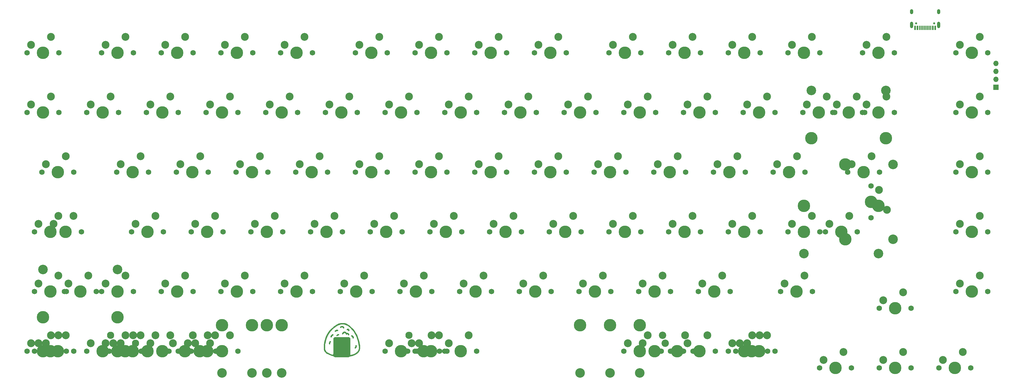
<source format=gbr>
%TF.GenerationSoftware,KiCad,Pcbnew,(5.1.11)-1*%
%TF.CreationDate,2022-07-15T11:42:44+07:00*%
%TF.ProjectId,TX75v2 PCB replacement,54583735-7632-4205-9043-42207265706c,rev?*%
%TF.SameCoordinates,Original*%
%TF.FileFunction,Soldermask,Top*%
%TF.FilePolarity,Negative*%
%FSLAX46Y46*%
G04 Gerber Fmt 4.6, Leading zero omitted, Abs format (unit mm)*
G04 Created by KiCad (PCBNEW (5.1.11)-1) date 2022-07-15 11:42:44*
%MOMM*%
%LPD*%
G01*
G04 APERTURE LIST*
%ADD10C,0.010000*%
%ADD11C,2.500000*%
%ADD12C,3.987800*%
%ADD13C,1.750000*%
%ADD14C,2.300000*%
%ADD15O,1.700000X1.700000*%
%ADD16R,1.700000X1.700000*%
%ADD17C,3.048000*%
%ADD18C,2.350000*%
%ADD19R,0.600000X1.450000*%
%ADD20R,0.300000X1.450000*%
%ADD21C,0.650000*%
%ADD22O,1.000000X2.100000*%
%ADD23O,1.000000X1.600000*%
G04 APERTURE END LIST*
D10*
%TO.C,G\u002A\u002A\u002A*%
G36*
X71743249Y-146385936D02*
G01*
X71834399Y-146389434D01*
X72285519Y-146435108D01*
X72714603Y-146535837D01*
X73130402Y-146696114D01*
X73541666Y-146920433D01*
X73957144Y-147213288D01*
X74385588Y-147579172D01*
X74654851Y-147837955D01*
X75179902Y-148399833D01*
X75632666Y-148964522D01*
X76009728Y-149527244D01*
X76307674Y-150083218D01*
X76387372Y-150262777D01*
X76570725Y-150726618D01*
X76748679Y-151229276D01*
X76914481Y-151748367D01*
X77061377Y-152261504D01*
X77182615Y-152746303D01*
X77271442Y-153180379D01*
X77276637Y-153210430D01*
X77311360Y-153478883D01*
X77332300Y-153780230D01*
X77339466Y-154091469D01*
X77332871Y-154389600D01*
X77312524Y-154651621D01*
X77278437Y-154854532D01*
X77275855Y-154864709D01*
X77131876Y-155251264D01*
X76910174Y-155610412D01*
X76614257Y-155938609D01*
X76247634Y-156232315D01*
X75813816Y-156487986D01*
X75543784Y-156612828D01*
X75371140Y-156679042D01*
X75157864Y-156750845D01*
X74923367Y-156822809D01*
X74687057Y-156889505D01*
X74468343Y-156945505D01*
X74286634Y-156985379D01*
X74161339Y-157003700D01*
X74144146Y-157004302D01*
X74054414Y-157022091D01*
X74014784Y-157051043D01*
X73960920Y-157095959D01*
X73859323Y-157154015D01*
X73811202Y-157177113D01*
X73767349Y-157195090D01*
X73716829Y-157210117D01*
X73652150Y-157222445D01*
X73565818Y-157232325D01*
X73450338Y-157240006D01*
X73298217Y-157245741D01*
X73101959Y-157249778D01*
X72854072Y-157252370D01*
X72547061Y-157253766D01*
X72173431Y-157254217D01*
X71725690Y-157253974D01*
X71519842Y-157253733D01*
X71100474Y-157252480D01*
X70703845Y-157249917D01*
X70338600Y-157246196D01*
X70013386Y-157241469D01*
X69736847Y-157235888D01*
X69517629Y-157229606D01*
X69364379Y-157222775D01*
X69285742Y-157215546D01*
X69280591Y-157214341D01*
X69163224Y-157158299D01*
X69049630Y-157073803D01*
X69046973Y-157071280D01*
X68932583Y-156996159D01*
X68748149Y-156917976D01*
X68555723Y-156856251D01*
X68163557Y-156733674D01*
X67768144Y-156590840D01*
X67386853Y-156435250D01*
X67037056Y-156274406D01*
X66736121Y-156115809D01*
X66508848Y-155972297D01*
X66287993Y-155769329D01*
X66092279Y-155499851D01*
X65933171Y-155180910D01*
X65880799Y-155038656D01*
X65836710Y-154899023D01*
X65805825Y-154776687D01*
X65785889Y-154651476D01*
X65774646Y-154503218D01*
X65769842Y-154311742D01*
X65769305Y-154090678D01*
X66130375Y-154090678D01*
X66138343Y-154387518D01*
X66160104Y-154640530D01*
X66182456Y-154772704D01*
X66288897Y-155103211D01*
X66447766Y-155391014D01*
X66650058Y-155621875D01*
X66784489Y-155724557D01*
X66954788Y-155823723D01*
X67172033Y-155935087D01*
X67421233Y-156052479D01*
X67687400Y-156169734D01*
X67955546Y-156280682D01*
X68210680Y-156379158D01*
X68437816Y-156458992D01*
X68621963Y-156514019D01*
X68748132Y-156538070D01*
X68762953Y-156538635D01*
X68777075Y-156533087D01*
X68789135Y-156512367D01*
X68799294Y-156470359D01*
X68807712Y-156400948D01*
X68814551Y-156298017D01*
X68819969Y-156155452D01*
X68824129Y-155967137D01*
X68827190Y-155726956D01*
X68829313Y-155428794D01*
X68830658Y-155066535D01*
X68831386Y-154634063D01*
X68831658Y-154125263D01*
X68831675Y-153920229D01*
X68831675Y-151301822D01*
X68926925Y-151162280D01*
X69031771Y-151045911D01*
X69158877Y-150950322D01*
X69169681Y-150944353D01*
X69206806Y-150926880D01*
X69251675Y-150912205D01*
X69311537Y-150900086D01*
X69393636Y-150890280D01*
X69505219Y-150882544D01*
X69653532Y-150876636D01*
X69845822Y-150872313D01*
X70089333Y-150869333D01*
X70391313Y-150867452D01*
X70759007Y-150866429D01*
X71199662Y-150866020D01*
X71510285Y-150865968D01*
X71998069Y-150866076D01*
X72408513Y-150866576D01*
X72748940Y-150867732D01*
X73026677Y-150869810D01*
X73249047Y-150873073D01*
X73423378Y-150877787D01*
X73556993Y-150884215D01*
X73657218Y-150892623D01*
X73731378Y-150903275D01*
X73786798Y-150916435D01*
X73830804Y-150932368D01*
X73870459Y-150951205D01*
X74041164Y-151083974D01*
X74122772Y-151203518D01*
X74140189Y-151240024D01*
X74155057Y-151280409D01*
X74167579Y-151331280D01*
X74177955Y-151399242D01*
X74186386Y-151490902D01*
X74193075Y-151612864D01*
X74198223Y-151771735D01*
X74202030Y-151974121D01*
X74204698Y-152226627D01*
X74206428Y-152535860D01*
X74207422Y-152908424D01*
X74207881Y-153350927D01*
X74208006Y-153869973D01*
X74208009Y-154000669D01*
X74208009Y-156630744D01*
X74387925Y-156600947D01*
X74504131Y-156575133D01*
X74674343Y-156529223D01*
X74872456Y-156470521D01*
X75011308Y-156426529D01*
X75511471Y-156233615D01*
X75942519Y-156004489D01*
X76302267Y-155741138D01*
X76588534Y-155445550D01*
X76799136Y-155119713D01*
X76931889Y-154765615D01*
X76955888Y-154655908D01*
X76991832Y-154309724D01*
X76985832Y-153901423D01*
X76940021Y-153441176D01*
X76856531Y-152939153D01*
X76737497Y-152405527D01*
X76585050Y-151850468D01*
X76401325Y-151284148D01*
X76188453Y-150716737D01*
X76070030Y-150431787D01*
X75830407Y-149943698D01*
X75533770Y-149453113D01*
X75190641Y-148971753D01*
X74811540Y-148511339D01*
X74406990Y-148083595D01*
X73987511Y-147700242D01*
X73563624Y-147373001D01*
X73145851Y-147113595D01*
X73044782Y-147061304D01*
X72727685Y-146917500D01*
X72442270Y-146821624D01*
X72156306Y-146766072D01*
X71837560Y-146743243D01*
X71689175Y-146741578D01*
X71423167Y-146748235D01*
X71198061Y-146771322D01*
X70989781Y-146817167D01*
X70774251Y-146892098D01*
X70527393Y-147002441D01*
X70337382Y-147096839D01*
X69639724Y-147497677D01*
X68997663Y-147959889D01*
X68414236Y-148479526D01*
X67892481Y-149052642D01*
X67435436Y-149675288D01*
X67046139Y-150343517D01*
X66727628Y-151053383D01*
X66482941Y-151800938D01*
X66377789Y-152241802D01*
X66331736Y-152459975D01*
X66283249Y-152683380D01*
X66240242Y-152875760D01*
X66225314Y-152940302D01*
X66183669Y-153174821D01*
X66153594Y-153460565D01*
X66135644Y-153773772D01*
X66130375Y-154090678D01*
X65769305Y-154090678D01*
X65769222Y-154056876D01*
X65769263Y-154040968D01*
X65778270Y-153632917D01*
X65802682Y-153301985D01*
X65838785Y-153067302D01*
X65875495Y-152894620D01*
X65923022Y-152670268D01*
X65974765Y-152425430D01*
X66016628Y-152226907D01*
X66227278Y-151413277D01*
X66506189Y-150649667D01*
X66853844Y-149935364D01*
X67270721Y-149269651D01*
X67757302Y-148651814D01*
X68314068Y-148081137D01*
X68941499Y-147556905D01*
X69352062Y-147264373D01*
X69856242Y-146949069D01*
X70326653Y-146702634D01*
X70759877Y-146526749D01*
X70989067Y-146458657D01*
X71174084Y-146416629D01*
X71341056Y-146392170D01*
X71520579Y-146382774D01*
X71743249Y-146385936D01*
G37*
X71743249Y-146385936D02*
X71834399Y-146389434D01*
X72285519Y-146435108D01*
X72714603Y-146535837D01*
X73130402Y-146696114D01*
X73541666Y-146920433D01*
X73957144Y-147213288D01*
X74385588Y-147579172D01*
X74654851Y-147837955D01*
X75179902Y-148399833D01*
X75632666Y-148964522D01*
X76009728Y-149527244D01*
X76307674Y-150083218D01*
X76387372Y-150262777D01*
X76570725Y-150726618D01*
X76748679Y-151229276D01*
X76914481Y-151748367D01*
X77061377Y-152261504D01*
X77182615Y-152746303D01*
X77271442Y-153180379D01*
X77276637Y-153210430D01*
X77311360Y-153478883D01*
X77332300Y-153780230D01*
X77339466Y-154091469D01*
X77332871Y-154389600D01*
X77312524Y-154651621D01*
X77278437Y-154854532D01*
X77275855Y-154864709D01*
X77131876Y-155251264D01*
X76910174Y-155610412D01*
X76614257Y-155938609D01*
X76247634Y-156232315D01*
X75813816Y-156487986D01*
X75543784Y-156612828D01*
X75371140Y-156679042D01*
X75157864Y-156750845D01*
X74923367Y-156822809D01*
X74687057Y-156889505D01*
X74468343Y-156945505D01*
X74286634Y-156985379D01*
X74161339Y-157003700D01*
X74144146Y-157004302D01*
X74054414Y-157022091D01*
X74014784Y-157051043D01*
X73960920Y-157095959D01*
X73859323Y-157154015D01*
X73811202Y-157177113D01*
X73767349Y-157195090D01*
X73716829Y-157210117D01*
X73652150Y-157222445D01*
X73565818Y-157232325D01*
X73450338Y-157240006D01*
X73298217Y-157245741D01*
X73101959Y-157249778D01*
X72854072Y-157252370D01*
X72547061Y-157253766D01*
X72173431Y-157254217D01*
X71725690Y-157253974D01*
X71519842Y-157253733D01*
X71100474Y-157252480D01*
X70703845Y-157249917D01*
X70338600Y-157246196D01*
X70013386Y-157241469D01*
X69736847Y-157235888D01*
X69517629Y-157229606D01*
X69364379Y-157222775D01*
X69285742Y-157215546D01*
X69280591Y-157214341D01*
X69163224Y-157158299D01*
X69049630Y-157073803D01*
X69046973Y-157071280D01*
X68932583Y-156996159D01*
X68748149Y-156917976D01*
X68555723Y-156856251D01*
X68163557Y-156733674D01*
X67768144Y-156590840D01*
X67386853Y-156435250D01*
X67037056Y-156274406D01*
X66736121Y-156115809D01*
X66508848Y-155972297D01*
X66287993Y-155769329D01*
X66092279Y-155499851D01*
X65933171Y-155180910D01*
X65880799Y-155038656D01*
X65836710Y-154899023D01*
X65805825Y-154776687D01*
X65785889Y-154651476D01*
X65774646Y-154503218D01*
X65769842Y-154311742D01*
X65769305Y-154090678D01*
X66130375Y-154090678D01*
X66138343Y-154387518D01*
X66160104Y-154640530D01*
X66182456Y-154772704D01*
X66288897Y-155103211D01*
X66447766Y-155391014D01*
X66650058Y-155621875D01*
X66784489Y-155724557D01*
X66954788Y-155823723D01*
X67172033Y-155935087D01*
X67421233Y-156052479D01*
X67687400Y-156169734D01*
X67955546Y-156280682D01*
X68210680Y-156379158D01*
X68437816Y-156458992D01*
X68621963Y-156514019D01*
X68748132Y-156538070D01*
X68762953Y-156538635D01*
X68777075Y-156533087D01*
X68789135Y-156512367D01*
X68799294Y-156470359D01*
X68807712Y-156400948D01*
X68814551Y-156298017D01*
X68819969Y-156155452D01*
X68824129Y-155967137D01*
X68827190Y-155726956D01*
X68829313Y-155428794D01*
X68830658Y-155066535D01*
X68831386Y-154634063D01*
X68831658Y-154125263D01*
X68831675Y-153920229D01*
X68831675Y-151301822D01*
X68926925Y-151162280D01*
X69031771Y-151045911D01*
X69158877Y-150950322D01*
X69169681Y-150944353D01*
X69206806Y-150926880D01*
X69251675Y-150912205D01*
X69311537Y-150900086D01*
X69393636Y-150890280D01*
X69505219Y-150882544D01*
X69653532Y-150876636D01*
X69845822Y-150872313D01*
X70089333Y-150869333D01*
X70391313Y-150867452D01*
X70759007Y-150866429D01*
X71199662Y-150866020D01*
X71510285Y-150865968D01*
X71998069Y-150866076D01*
X72408513Y-150866576D01*
X72748940Y-150867732D01*
X73026677Y-150869810D01*
X73249047Y-150873073D01*
X73423378Y-150877787D01*
X73556993Y-150884215D01*
X73657218Y-150892623D01*
X73731378Y-150903275D01*
X73786798Y-150916435D01*
X73830804Y-150932368D01*
X73870459Y-150951205D01*
X74041164Y-151083974D01*
X74122772Y-151203518D01*
X74140189Y-151240024D01*
X74155057Y-151280409D01*
X74167579Y-151331280D01*
X74177955Y-151399242D01*
X74186386Y-151490902D01*
X74193075Y-151612864D01*
X74198223Y-151771735D01*
X74202030Y-151974121D01*
X74204698Y-152226627D01*
X74206428Y-152535860D01*
X74207422Y-152908424D01*
X74207881Y-153350927D01*
X74208006Y-153869973D01*
X74208009Y-154000669D01*
X74208009Y-156630744D01*
X74387925Y-156600947D01*
X74504131Y-156575133D01*
X74674343Y-156529223D01*
X74872456Y-156470521D01*
X75011308Y-156426529D01*
X75511471Y-156233615D01*
X75942519Y-156004489D01*
X76302267Y-155741138D01*
X76588534Y-155445550D01*
X76799136Y-155119713D01*
X76931889Y-154765615D01*
X76955888Y-154655908D01*
X76991832Y-154309724D01*
X76985832Y-153901423D01*
X76940021Y-153441176D01*
X76856531Y-152939153D01*
X76737497Y-152405527D01*
X76585050Y-151850468D01*
X76401325Y-151284148D01*
X76188453Y-150716737D01*
X76070030Y-150431787D01*
X75830407Y-149943698D01*
X75533770Y-149453113D01*
X75190641Y-148971753D01*
X74811540Y-148511339D01*
X74406990Y-148083595D01*
X73987511Y-147700242D01*
X73563624Y-147373001D01*
X73145851Y-147113595D01*
X73044782Y-147061304D01*
X72727685Y-146917500D01*
X72442270Y-146821624D01*
X72156306Y-146766072D01*
X71837560Y-146743243D01*
X71689175Y-146741578D01*
X71423167Y-146748235D01*
X71198061Y-146771322D01*
X70989781Y-146817167D01*
X70774251Y-146892098D01*
X70527393Y-147002441D01*
X70337382Y-147096839D01*
X69639724Y-147497677D01*
X68997663Y-147959889D01*
X68414236Y-148479526D01*
X67892481Y-149052642D01*
X67435436Y-149675288D01*
X67046139Y-150343517D01*
X66727628Y-151053383D01*
X66482941Y-151800938D01*
X66377789Y-152241802D01*
X66331736Y-152459975D01*
X66283249Y-152683380D01*
X66240242Y-152875760D01*
X66225314Y-152940302D01*
X66183669Y-153174821D01*
X66153594Y-153460565D01*
X66135644Y-153773772D01*
X66130375Y-154090678D01*
X65769305Y-154090678D01*
X65769222Y-154056876D01*
X65769263Y-154040968D01*
X65778270Y-153632917D01*
X65802682Y-153301985D01*
X65838785Y-153067302D01*
X65875495Y-152894620D01*
X65923022Y-152670268D01*
X65974765Y-152425430D01*
X66016628Y-152226907D01*
X66227278Y-151413277D01*
X66506189Y-150649667D01*
X66853844Y-149935364D01*
X67270721Y-149269651D01*
X67757302Y-148651814D01*
X68314068Y-148081137D01*
X68941499Y-147556905D01*
X69352062Y-147264373D01*
X69856242Y-146949069D01*
X70326653Y-146702634D01*
X70759877Y-146526749D01*
X70989067Y-146458657D01*
X71174084Y-146416629D01*
X71341056Y-146392170D01*
X71520579Y-146382774D01*
X71743249Y-146385936D01*
G36*
X76139059Y-153468455D02*
G01*
X76211506Y-153549172D01*
X76239512Y-153700383D01*
X76240009Y-153730011D01*
X76217819Y-153922095D01*
X76157971Y-154101888D01*
X76070544Y-154257597D01*
X75965616Y-154377431D01*
X75853267Y-154449597D01*
X75743577Y-154462302D01*
X75655809Y-154413502D01*
X75607904Y-154315377D01*
X75638780Y-154206753D01*
X75693596Y-154143253D01*
X75792518Y-154032574D01*
X75854178Y-153901505D01*
X75891592Y-153720567D01*
X75896306Y-153684136D01*
X75917847Y-153553892D01*
X75949246Y-153486133D01*
X76002503Y-153458708D01*
X76020089Y-153455635D01*
X76139059Y-153468455D01*
G37*
X76139059Y-153468455D02*
X76211506Y-153549172D01*
X76239512Y-153700383D01*
X76240009Y-153730011D01*
X76217819Y-153922095D01*
X76157971Y-154101888D01*
X76070544Y-154257597D01*
X75965616Y-154377431D01*
X75853267Y-154449597D01*
X75743577Y-154462302D01*
X75655809Y-154413502D01*
X75607904Y-154315377D01*
X75638780Y-154206753D01*
X75693596Y-154143253D01*
X75792518Y-154032574D01*
X75854178Y-153901505D01*
X75891592Y-153720567D01*
X75896306Y-153684136D01*
X75917847Y-153553892D01*
X75949246Y-153486133D01*
X76002503Y-153458708D01*
X76020089Y-153455635D01*
X76139059Y-153468455D01*
G36*
X67942623Y-152187797D02*
G01*
X67980172Y-152279643D01*
X67959742Y-152401465D01*
X67899819Y-152508622D01*
X67836112Y-152631080D01*
X67791416Y-152781535D01*
X67785604Y-152817386D01*
X67762368Y-152950162D01*
X67733089Y-153056046D01*
X67723771Y-153077885D01*
X67651650Y-153141614D01*
X67553706Y-153148202D01*
X67463722Y-153100635D01*
X67429579Y-153051855D01*
X67407280Y-152922827D01*
X67425722Y-152750479D01*
X67478437Y-152561773D01*
X67558959Y-152383674D01*
X67608519Y-152305793D01*
X67696928Y-152197692D01*
X67770477Y-152149156D01*
X67849577Y-152143947D01*
X67942623Y-152187797D01*
G37*
X67942623Y-152187797D02*
X67980172Y-152279643D01*
X67959742Y-152401465D01*
X67899819Y-152508622D01*
X67836112Y-152631080D01*
X67791416Y-152781535D01*
X67785604Y-152817386D01*
X67762368Y-152950162D01*
X67733089Y-153056046D01*
X67723771Y-153077885D01*
X67651650Y-153141614D01*
X67553706Y-153148202D01*
X67463722Y-153100635D01*
X67429579Y-153051855D01*
X67407280Y-152922827D01*
X67425722Y-152750479D01*
X67478437Y-152561773D01*
X67558959Y-152383674D01*
X67608519Y-152305793D01*
X67696928Y-152197692D01*
X67770477Y-152149156D01*
X67849577Y-152143947D01*
X67942623Y-152187797D01*
G36*
X74789435Y-150313914D02*
G01*
X74922812Y-150395941D01*
X75053834Y-150516554D01*
X75169582Y-150663134D01*
X75257136Y-150823062D01*
X75303578Y-150983720D01*
X75307745Y-151039324D01*
X75279801Y-151144718D01*
X75211255Y-151238255D01*
X75127592Y-151287586D01*
X75110820Y-151289302D01*
X75051786Y-151260831D01*
X74997736Y-151211885D01*
X74942186Y-151108366D01*
X74927675Y-151027094D01*
X74890937Y-150893321D01*
X74793869Y-150757980D01*
X74656188Y-150647083D01*
X74627604Y-150631202D01*
X74532980Y-150547091D01*
X74503050Y-150441557D01*
X74542745Y-150340370D01*
X74567292Y-150316091D01*
X74666622Y-150283091D01*
X74789435Y-150313914D01*
G37*
X74789435Y-150313914D02*
X74922812Y-150395941D01*
X75053834Y-150516554D01*
X75169582Y-150663134D01*
X75257136Y-150823062D01*
X75303578Y-150983720D01*
X75307745Y-151039324D01*
X75279801Y-151144718D01*
X75211255Y-151238255D01*
X75127592Y-151287586D01*
X75110820Y-151289302D01*
X75051786Y-151260831D01*
X74997736Y-151211885D01*
X74942186Y-151108366D01*
X74927675Y-151027094D01*
X74890937Y-150893321D01*
X74793869Y-150757980D01*
X74656188Y-150647083D01*
X74627604Y-150631202D01*
X74532980Y-150547091D01*
X74503050Y-150441557D01*
X74542745Y-150340370D01*
X74567292Y-150316091D01*
X74666622Y-150283091D01*
X74789435Y-150313914D01*
G36*
X68773921Y-150005578D02*
G01*
X68805947Y-150061451D01*
X68810509Y-150139654D01*
X68800829Y-150235082D01*
X68756141Y-150290772D01*
X68652972Y-150335327D01*
X68648728Y-150336791D01*
X68499729Y-150409104D01*
X68398490Y-150517920D01*
X68323583Y-150686719D01*
X68320314Y-150696635D01*
X68258083Y-150828313D01*
X68177972Y-150920407D01*
X68106941Y-150950635D01*
X68055693Y-150923887D01*
X68005710Y-150880622D01*
X67959339Y-150776908D01*
X67970078Y-150625703D01*
X68035849Y-150440056D01*
X68093397Y-150330284D01*
X68212669Y-150185395D01*
X68373318Y-150069151D01*
X68547554Y-149997591D01*
X68692431Y-149984579D01*
X68773921Y-150005578D01*
G37*
X68773921Y-150005578D02*
X68805947Y-150061451D01*
X68810509Y-150139654D01*
X68800829Y-150235082D01*
X68756141Y-150290772D01*
X68652972Y-150335327D01*
X68648728Y-150336791D01*
X68499729Y-150409104D01*
X68398490Y-150517920D01*
X68323583Y-150686719D01*
X68320314Y-150696635D01*
X68258083Y-150828313D01*
X68177972Y-150920407D01*
X68106941Y-150950635D01*
X68055693Y-150923887D01*
X68005710Y-150880622D01*
X67959339Y-150776908D01*
X67970078Y-150625703D01*
X68035849Y-150440056D01*
X68093397Y-150330284D01*
X68212669Y-150185395D01*
X68373318Y-150069151D01*
X68547554Y-149997591D01*
X68692431Y-149984579D01*
X68773921Y-150005578D01*
G36*
X70505130Y-149928889D02*
G01*
X70585728Y-149988587D01*
X70609675Y-150073287D01*
X70576906Y-150195810D01*
X70481779Y-150262239D01*
X70397462Y-150273302D01*
X70281448Y-150309004D01*
X70165175Y-150400302D01*
X70040762Y-150501286D01*
X69935415Y-150522144D01*
X69856142Y-150476502D01*
X69807917Y-150375401D01*
X69836491Y-150252752D01*
X69939661Y-150117467D01*
X69946451Y-150110809D01*
X70087670Y-150004140D01*
X70239154Y-149937625D01*
X70383957Y-149912222D01*
X70505130Y-149928889D01*
G37*
X70505130Y-149928889D02*
X70585728Y-149988587D01*
X70609675Y-150073287D01*
X70576906Y-150195810D01*
X70481779Y-150262239D01*
X70397462Y-150273302D01*
X70281448Y-150309004D01*
X70165175Y-150400302D01*
X70040762Y-150501286D01*
X69935415Y-150522144D01*
X69856142Y-150476502D01*
X69807917Y-150375401D01*
X69836491Y-150252752D01*
X69939661Y-150117467D01*
X69946451Y-150110809D01*
X70087670Y-150004140D01*
X70239154Y-149937625D01*
X70383957Y-149912222D01*
X70505130Y-149928889D01*
G36*
X72618490Y-149164419D02*
G01*
X72809803Y-149286116D01*
X72901735Y-149376466D01*
X72987542Y-149466159D01*
X73063979Y-149512712D01*
X73164998Y-149530119D01*
X73280216Y-149532468D01*
X73471127Y-149550067D01*
X73609505Y-149612482D01*
X73717060Y-149734144D01*
X73789724Y-149871135D01*
X73847152Y-150008749D01*
X73863731Y-150097800D01*
X73840440Y-150163343D01*
X73802818Y-150206778D01*
X73701452Y-150268346D01*
X73598297Y-150247011D01*
X73588350Y-150240903D01*
X73542257Y-150184208D01*
X73487651Y-150082046D01*
X73474093Y-150051052D01*
X73394434Y-149930244D01*
X73290124Y-149890367D01*
X73161773Y-149931539D01*
X73095790Y-149976968D01*
X73010925Y-150035787D01*
X72953779Y-150061544D01*
X72952498Y-150061592D01*
X72914024Y-150027607D01*
X72851803Y-149939867D01*
X72799144Y-149851990D01*
X72657734Y-149641017D01*
X72516791Y-149514549D01*
X72374502Y-149472452D01*
X72229054Y-149514593D01*
X72078636Y-149640841D01*
X71961358Y-149790805D01*
X71874486Y-149904910D01*
X71804712Y-149959428D01*
X71730461Y-149970094D01*
X71717204Y-149968838D01*
X71621868Y-149926568D01*
X71588082Y-149834866D01*
X71616047Y-149702649D01*
X71705964Y-149538836D01*
X71707451Y-149536670D01*
X71871395Y-149334230D01*
X72043723Y-149199880D01*
X72222680Y-149124000D01*
X72416248Y-149107951D01*
X72618490Y-149164419D01*
G37*
X72618490Y-149164419D02*
X72809803Y-149286116D01*
X72901735Y-149376466D01*
X72987542Y-149466159D01*
X73063979Y-149512712D01*
X73164998Y-149530119D01*
X73280216Y-149532468D01*
X73471127Y-149550067D01*
X73609505Y-149612482D01*
X73717060Y-149734144D01*
X73789724Y-149871135D01*
X73847152Y-150008749D01*
X73863731Y-150097800D01*
X73840440Y-150163343D01*
X73802818Y-150206778D01*
X73701452Y-150268346D01*
X73598297Y-150247011D01*
X73588350Y-150240903D01*
X73542257Y-150184208D01*
X73487651Y-150082046D01*
X73474093Y-150051052D01*
X73394434Y-149930244D01*
X73290124Y-149890367D01*
X73161773Y-149931539D01*
X73095790Y-149976968D01*
X73010925Y-150035787D01*
X72953779Y-150061544D01*
X72952498Y-150061592D01*
X72914024Y-150027607D01*
X72851803Y-149939867D01*
X72799144Y-149851990D01*
X72657734Y-149641017D01*
X72516791Y-149514549D01*
X72374502Y-149472452D01*
X72229054Y-149514593D01*
X72078636Y-149640841D01*
X71961358Y-149790805D01*
X71874486Y-149904910D01*
X71804712Y-149959428D01*
X71730461Y-149970094D01*
X71717204Y-149968838D01*
X71621868Y-149926568D01*
X71588082Y-149834866D01*
X71616047Y-149702649D01*
X71705964Y-149538836D01*
X71707451Y-149536670D01*
X71871395Y-149334230D01*
X72043723Y-149199880D01*
X72222680Y-149124000D01*
X72416248Y-149107951D01*
X72618490Y-149164419D01*
G36*
X70157570Y-148523366D02*
G01*
X70250104Y-148561543D01*
X70286732Y-148624656D01*
X70292175Y-148708553D01*
X70292175Y-148855135D01*
X70059342Y-148877608D01*
X69844875Y-148913537D01*
X69693074Y-148977853D01*
X69595593Y-149064490D01*
X69514280Y-149116309D01*
X69414815Y-149127136D01*
X69334099Y-149096681D01*
X69312614Y-149066707D01*
X69304310Y-148934109D01*
X69376109Y-148800462D01*
X69523870Y-148673148D01*
X69538887Y-148663434D01*
X69780525Y-148542862D01*
X70001494Y-148502012D01*
X70157570Y-148523366D01*
G37*
X70157570Y-148523366D02*
X70250104Y-148561543D01*
X70286732Y-148624656D01*
X70292175Y-148708553D01*
X70292175Y-148855135D01*
X70059342Y-148877608D01*
X69844875Y-148913537D01*
X69693074Y-148977853D01*
X69595593Y-149064490D01*
X69514280Y-149116309D01*
X69414815Y-149127136D01*
X69334099Y-149096681D01*
X69312614Y-149066707D01*
X69304310Y-148934109D01*
X69376109Y-148800462D01*
X69523870Y-148673148D01*
X69538887Y-148663434D01*
X69780525Y-148542862D01*
X70001494Y-148502012D01*
X70157570Y-148523366D01*
G36*
X73537981Y-148232485D02*
G01*
X73671098Y-148283880D01*
X73783056Y-148389191D01*
X73863392Y-148526442D01*
X73901644Y-148673658D01*
X73887346Y-148808863D01*
X73845782Y-148878946D01*
X73752916Y-148950860D01*
X73667994Y-148941801D01*
X73604596Y-148886885D01*
X73545886Y-148785232D01*
X73523952Y-148706968D01*
X73504814Y-148640016D01*
X73455131Y-148608894D01*
X73349890Y-148599968D01*
X73327159Y-148599696D01*
X73175003Y-148575484D01*
X73085949Y-148511500D01*
X73067351Y-148416433D01*
X73101797Y-148333490D01*
X73172839Y-148283589D01*
X73296655Y-148246279D01*
X73441519Y-148228906D01*
X73537981Y-148232485D01*
G37*
X73537981Y-148232485D02*
X73671098Y-148283880D01*
X73783056Y-148389191D01*
X73863392Y-148526442D01*
X73901644Y-148673658D01*
X73887346Y-148808863D01*
X73845782Y-148878946D01*
X73752916Y-148950860D01*
X73667994Y-148941801D01*
X73604596Y-148886885D01*
X73545886Y-148785232D01*
X73523952Y-148706968D01*
X73504814Y-148640016D01*
X73455131Y-148608894D01*
X73349890Y-148599968D01*
X73327159Y-148599696D01*
X73175003Y-148575484D01*
X73085949Y-148511500D01*
X73067351Y-148416433D01*
X73101797Y-148333490D01*
X73172839Y-148283589D01*
X73296655Y-148246279D01*
X73441519Y-148228906D01*
X73537981Y-148232485D01*
G36*
X71761355Y-147356097D02*
G01*
X71916233Y-147425057D01*
X72052192Y-147528720D01*
X72160003Y-147652225D01*
X72230432Y-147780709D01*
X72254249Y-147899310D01*
X72222222Y-147993164D01*
X72178792Y-148028145D01*
X72094783Y-148065744D01*
X72038540Y-148053286D01*
X71974925Y-147991592D01*
X71892873Y-147901989D01*
X71801149Y-147801092D01*
X71671949Y-147709869D01*
X71524722Y-147701227D01*
X71360144Y-147775173D01*
X71329342Y-147796802D01*
X71186604Y-147881710D01*
X71077619Y-147896680D01*
X70999142Y-147851835D01*
X70954509Y-147760665D01*
X70978913Y-147660559D01*
X71058631Y-147560442D01*
X71179937Y-147469240D01*
X71329109Y-147395880D01*
X71492423Y-147349286D01*
X71656154Y-147338385D01*
X71761355Y-147356097D01*
G37*
X71761355Y-147356097D02*
X71916233Y-147425057D01*
X72052192Y-147528720D01*
X72160003Y-147652225D01*
X72230432Y-147780709D01*
X72254249Y-147899310D01*
X72222222Y-147993164D01*
X72178792Y-148028145D01*
X72094783Y-148065744D01*
X72038540Y-148053286D01*
X71974925Y-147991592D01*
X71892873Y-147901989D01*
X71801149Y-147801092D01*
X71671949Y-147709869D01*
X71524722Y-147701227D01*
X71360144Y-147775173D01*
X71329342Y-147796802D01*
X71186604Y-147881710D01*
X71077619Y-147896680D01*
X70999142Y-147851835D01*
X70954509Y-147760665D01*
X70978913Y-147660559D01*
X71058631Y-147560442D01*
X71179937Y-147469240D01*
X71329109Y-147395880D01*
X71492423Y-147349286D01*
X71656154Y-147338385D01*
X71761355Y-147356097D01*
%TD*%
D11*
%TO.C,MX107*%
X35854319Y-150289434D03*
D12*
X33314319Y-155369434D03*
D11*
X29504319Y-152829434D03*
D13*
X28234319Y-155369434D03*
X38394319Y-155369434D03*
%TD*%
D11*
%TO.C,MX106*%
X16804143Y-150289274D03*
D12*
X14264143Y-155369274D03*
D11*
X10454143Y-152829274D03*
D13*
X9184143Y-155369274D03*
X19344143Y-155369274D03*
%TD*%
D14*
%TO.C,MX105*%
X-2245937Y-150289274D03*
D12*
X-4785937Y-155369274D03*
D11*
X-8595937Y-152829274D03*
D13*
X-9865937Y-155369274D03*
X294063Y-155369274D03*
%TD*%
D11*
%TO.C,MX104*%
X-21296017Y-150289274D03*
D12*
X-23836017Y-155369274D03*
D11*
X-27646017Y-152829274D03*
D13*
X-28916017Y-155369274D03*
X-18756017Y-155369274D03*
%TD*%
D11*
%TO.C,MX99*%
X275169608Y-74088874D03*
D12*
X272629608Y-79168874D03*
D11*
X268819608Y-76628874D03*
D13*
X267549608Y-79168874D03*
X277709608Y-79168874D03*
%TD*%
D11*
%TO.C,MX100*%
X275169608Y-93138874D03*
D12*
X272629608Y-98218874D03*
D11*
X268819608Y-95678874D03*
D13*
X267549608Y-98218874D03*
X277709608Y-98218874D03*
%TD*%
D11*
%TO.C,MX89*%
X245403983Y-55038874D03*
D12*
X242863983Y-60118874D03*
D11*
X239053983Y-57578874D03*
D13*
X237783983Y-60118874D03*
X247943983Y-60118874D03*
%TD*%
D15*
%TO.C,J1*%
X280369507Y-63512255D03*
X280369507Y-66052255D03*
X280369507Y-68592255D03*
D16*
X280369507Y-71132255D03*
%TD*%
D12*
%TO.C,MX97*%
X232227733Y-95805874D03*
X232227733Y-119681874D03*
D17*
X247467733Y-95805874D03*
X247467733Y-119681874D03*
D13*
X240482733Y-112823874D03*
X240482733Y-102663874D03*
D11*
X243022733Y-103933874D03*
D12*
X240482733Y-107743874D03*
D11*
X245562733Y-110283874D03*
%TD*%
%TO.C,MX92*%
X221591483Y-112188874D03*
D12*
X219051483Y-117268874D03*
D11*
X215241483Y-114728874D03*
D13*
X213971483Y-117268874D03*
X224131483Y-117268874D03*
%TD*%
D11*
%TO.C,MX91*%
X226353983Y-74088874D03*
D12*
X223813983Y-79168874D03*
D11*
X220003983Y-76628874D03*
D13*
X218733983Y-79168874D03*
X228893983Y-79168874D03*
%TD*%
D11*
%TO.C,MX86*%
X245403983Y-74088874D03*
D12*
X242863983Y-79168874D03*
D11*
X239053983Y-76628874D03*
D13*
X237783983Y-79168874D03*
X247943983Y-79168874D03*
%TD*%
D11*
%TO.C,MX93*%
X233497733Y-112188874D03*
D12*
X230957733Y-117268874D03*
D11*
X227147733Y-114728874D03*
D13*
X225877733Y-117268874D03*
X236037733Y-117268874D03*
D17*
X219051483Y-124253874D03*
X242863983Y-124253874D03*
D12*
X219051483Y-109013874D03*
X242863983Y-109013874D03*
%TD*%
D14*
%TO.C,MX44*%
X93003983Y-150288874D03*
D12*
X90463983Y-155368874D03*
D11*
X86653983Y-152828874D03*
D13*
X85383983Y-155368874D03*
X95543983Y-155368874D03*
D17*
X33313983Y-162353874D03*
X147613983Y-162353874D03*
D12*
X33313983Y-147113874D03*
X147613983Y-147113874D03*
%TD*%
D11*
%TO.C,MX42*%
X100147733Y-150288874D03*
D12*
X97607733Y-155368874D03*
D11*
X93797733Y-152828874D03*
D13*
X92527733Y-155368874D03*
X102687733Y-155368874D03*
D17*
X47607833Y-162353874D03*
X147607633Y-162353874D03*
D12*
X47607833Y-147113874D03*
X147607633Y-147113874D03*
%TD*%
D11*
%TO.C,MX45*%
X112053983Y-150288874D03*
D12*
X109513983Y-155368874D03*
D11*
X105703983Y-152828874D03*
D13*
X104433983Y-155368874D03*
X114593983Y-155368874D03*
D17*
X52363983Y-162353874D03*
X166663983Y-162353874D03*
D12*
X52363983Y-147113874D03*
X166663983Y-147113874D03*
%TD*%
D11*
%TO.C,MX43*%
X102528983Y-150288874D03*
D12*
X99988983Y-155368874D03*
D11*
X96178983Y-152828874D03*
D13*
X94908983Y-155368874D03*
X105068983Y-155368874D03*
D17*
X42838983Y-162353874D03*
X157138983Y-162353874D03*
D12*
X42838983Y-147113874D03*
X157138983Y-147113874D03*
%TD*%
D11*
%TO.C,MX5*%
X-18914767Y-112188874D03*
D12*
X-21454767Y-117268874D03*
D11*
X-25264767Y-114728874D03*
D13*
X-26534767Y-117268874D03*
X-16374767Y-117268874D03*
%TD*%
%TO.C,MX95*%
X253301796Y-160726687D03*
X243141796Y-160726687D03*
D11*
X244411796Y-158186687D03*
D12*
X248221796Y-160726687D03*
D11*
X250761796Y-155646687D03*
%TD*%
D13*
%TO.C,MX88*%
X234251796Y-160726687D03*
X224091796Y-160726687D03*
D11*
X225361796Y-158186687D03*
D12*
X229171796Y-160726687D03*
D11*
X231711796Y-155646687D03*
%TD*%
D13*
%TO.C,MX80*%
X207462733Y-155368874D03*
X197302733Y-155368874D03*
D11*
X198572733Y-152828874D03*
D12*
X202382733Y-155368874D03*
D11*
X204922733Y-150288874D03*
%TD*%
%TO.C,MX81*%
X202541483Y-150288874D03*
D12*
X200001483Y-155368874D03*
D11*
X196191483Y-152828874D03*
D13*
X194921483Y-155368874D03*
X205081483Y-155368874D03*
%TD*%
D11*
%TO.C,MX73*%
X181110233Y-150288874D03*
D12*
X178570233Y-155368874D03*
D18*
X174760233Y-152828874D03*
D13*
X173490233Y-155368874D03*
X183650233Y-155368874D03*
%TD*%
%TO.C,MX67*%
X176507047Y-155368874D03*
X166347047Y-155368874D03*
D11*
X167617047Y-152828874D03*
D12*
X171427047Y-155368874D03*
D18*
X173967047Y-150288874D03*
%TD*%
D11*
%TO.C,MX82*%
X207303983Y-150288874D03*
D12*
X204763983Y-155368874D03*
D11*
X200953983Y-152828874D03*
D13*
X199683983Y-155368874D03*
X209843983Y-155368874D03*
%TD*%
D11*
%TO.C,MX74*%
X188253983Y-150288874D03*
D12*
X185713983Y-155368874D03*
D11*
X181903983Y-152828874D03*
D13*
X180633983Y-155368874D03*
X190793983Y-155368874D03*
%TD*%
D11*
%TO.C,MX66*%
X169203983Y-150288874D03*
D12*
X166663983Y-155368874D03*
D11*
X162853983Y-152828874D03*
D13*
X161583983Y-155368874D03*
X171743983Y-155368874D03*
%TD*%
D11*
%TO.C,MX26*%
X31091483Y-150288874D03*
D12*
X28551483Y-155368874D03*
D11*
X24741483Y-152828874D03*
D13*
X23471483Y-155368874D03*
X33631483Y-155368874D03*
%TD*%
D11*
%TO.C,MX25*%
X28710233Y-150288874D03*
D12*
X26170233Y-155368874D03*
D11*
X22360233Y-152828874D03*
D13*
X21090233Y-155368874D03*
X31250233Y-155368874D03*
%TD*%
D11*
%TO.C,MX24*%
X23947733Y-150288874D03*
D12*
X21407733Y-155368874D03*
D11*
X17597733Y-152828874D03*
D13*
X16327733Y-155368874D03*
X26487733Y-155368874D03*
%TD*%
%TO.C,MX18*%
X14581483Y-155368874D03*
X4421483Y-155368874D03*
D14*
X5691483Y-152828874D03*
D12*
X9501483Y-155368874D03*
D11*
X12041483Y-150288874D03*
%TD*%
D13*
%TO.C,MX17*%
X9818983Y-155368874D03*
X-341017Y-155368874D03*
D11*
X928983Y-152828874D03*
D12*
X4738983Y-155368874D03*
D11*
X7278983Y-150288874D03*
%TD*%
%TO.C,MX16*%
X2516483Y-150288874D03*
D12*
X-23517Y-155368874D03*
D11*
X-3833517Y-152828874D03*
D13*
X-5103517Y-155368874D03*
X5056483Y-155368874D03*
%TD*%
D11*
%TO.C,MX15*%
X4897733Y-150288874D03*
D12*
X2357733Y-155368874D03*
D11*
X-1452267Y-152828874D03*
D13*
X-2722267Y-155368874D03*
X7437733Y-155368874D03*
%TD*%
%TO.C,MX9*%
X-13993517Y-155368874D03*
X-24153517Y-155368874D03*
D11*
X-22883517Y-152828874D03*
D12*
X-19073517Y-155368874D03*
D11*
X-16533517Y-150288874D03*
%TD*%
%TO.C,MX8*%
X-18914767Y-150288874D03*
D12*
X-21454767Y-155368874D03*
D11*
X-25264767Y-152828874D03*
D13*
X-26534767Y-155368874D03*
X-16374767Y-155368874D03*
%TD*%
D11*
%TO.C,MX7*%
X-18914767Y-131238874D03*
D12*
X-21454767Y-136318874D03*
D11*
X-25264767Y-133778874D03*
D13*
X-26534767Y-136318874D03*
X-16374767Y-136318874D03*
%TD*%
D11*
%TO.C,MX14*%
X2516483Y-131238874D03*
D12*
X-23517Y-136318874D03*
D11*
X-3833517Y-133778874D03*
D13*
X-5103517Y-136318874D03*
X5056483Y-136318874D03*
%TD*%
D11*
%TO.C,MX87*%
X219210233Y-131238874D03*
D12*
X216670233Y-136318874D03*
D11*
X212860233Y-133778874D03*
D13*
X211590233Y-136318874D03*
X221750233Y-136318874D03*
%TD*%
D11*
%TO.C,MX94*%
X250761796Y-136596687D03*
D12*
X248221796Y-141676687D03*
D11*
X244411796Y-139136687D03*
D13*
X243141796Y-141676687D03*
X253301796Y-141676687D03*
%TD*%
D11*
%TO.C,MX79*%
X193016483Y-131238874D03*
D12*
X190476483Y-136318874D03*
D11*
X186666483Y-133778874D03*
D13*
X185396483Y-136318874D03*
X195556483Y-136318874D03*
%TD*%
D11*
%TO.C,MX72*%
X173966483Y-131238874D03*
D12*
X171426483Y-136318874D03*
D11*
X167616483Y-133778874D03*
D13*
X166346483Y-136318874D03*
X176506483Y-136318874D03*
%TD*%
D11*
%TO.C,MX65*%
X154916483Y-131238874D03*
D12*
X152376483Y-136318874D03*
D11*
X148566483Y-133778874D03*
D13*
X147296483Y-136318874D03*
X157456483Y-136318874D03*
%TD*%
D11*
%TO.C,MX60*%
X135866483Y-131238874D03*
D12*
X133326483Y-136318874D03*
D11*
X129516483Y-133778874D03*
D13*
X128246483Y-136318874D03*
X138406483Y-136318874D03*
%TD*%
D11*
%TO.C,MX55*%
X116816483Y-131238874D03*
D12*
X114276483Y-136318874D03*
D11*
X110466483Y-133778874D03*
D13*
X109196483Y-136318874D03*
X119356483Y-136318874D03*
%TD*%
D11*
%TO.C,MX50*%
X97766483Y-131238874D03*
D12*
X95226483Y-136318874D03*
D11*
X91416483Y-133778874D03*
D13*
X90146483Y-136318874D03*
X100306483Y-136318874D03*
%TD*%
D11*
%TO.C,MX41*%
X78716483Y-131238874D03*
D12*
X76176483Y-136318874D03*
D11*
X72366483Y-133778874D03*
D13*
X71096483Y-136318874D03*
X81256483Y-136318874D03*
%TD*%
D11*
%TO.C,MX36*%
X59666483Y-131238874D03*
D12*
X57126483Y-136318874D03*
D11*
X53316483Y-133778874D03*
D13*
X52046483Y-136318874D03*
X62206483Y-136318874D03*
%TD*%
D11*
%TO.C,MX31*%
X40616483Y-131238874D03*
D12*
X38076483Y-136318874D03*
D11*
X34266483Y-133778874D03*
D13*
X32996483Y-136318874D03*
X43156483Y-136318874D03*
%TD*%
D11*
%TO.C,MX23*%
X21566483Y-131238874D03*
D12*
X19026483Y-136318874D03*
D11*
X15216483Y-133778874D03*
D13*
X13946483Y-136318874D03*
X24106483Y-136318874D03*
%TD*%
D11*
%TO.C,MX6*%
X-9389767Y-131238874D03*
D12*
X-11929767Y-136318874D03*
D11*
X-15739767Y-133778874D03*
D13*
X-17009767Y-136318874D03*
X-6849767Y-136318874D03*
D17*
X-23836017Y-129333874D03*
X-23517Y-129333874D03*
D12*
X-23836017Y-144573874D03*
X-23517Y-144573874D03*
%TD*%
D11*
%TO.C,MX78*%
X202541483Y-112188874D03*
D12*
X200001483Y-117268874D03*
D11*
X196191483Y-114728874D03*
D13*
X194921483Y-117268874D03*
X205081483Y-117268874D03*
%TD*%
D11*
%TO.C,MX71*%
X183491483Y-112188874D03*
D12*
X180951483Y-117268874D03*
D11*
X177141483Y-114728874D03*
D13*
X175871483Y-117268874D03*
X186031483Y-117268874D03*
%TD*%
D11*
%TO.C,MX64*%
X164441483Y-112188874D03*
D12*
X161901483Y-117268874D03*
D11*
X158091483Y-114728874D03*
D13*
X156821483Y-117268874D03*
X166981483Y-117268874D03*
%TD*%
D11*
%TO.C,MX59*%
X145391483Y-112188874D03*
D12*
X142851483Y-117268874D03*
D11*
X139041483Y-114728874D03*
D13*
X137771483Y-117268874D03*
X147931483Y-117268874D03*
%TD*%
D11*
%TO.C,MX54*%
X126341483Y-112188874D03*
D12*
X123801483Y-117268874D03*
D11*
X119991483Y-114728874D03*
D13*
X118721483Y-117268874D03*
X128881483Y-117268874D03*
%TD*%
D11*
%TO.C,MX49*%
X107291483Y-112188874D03*
D12*
X104751483Y-117268874D03*
D11*
X100941483Y-114728874D03*
D13*
X99671483Y-117268874D03*
X109831483Y-117268874D03*
%TD*%
D11*
%TO.C,MX40*%
X88241483Y-112188874D03*
D12*
X85701483Y-117268874D03*
D11*
X81891483Y-114728874D03*
D13*
X80621483Y-117268874D03*
X90781483Y-117268874D03*
%TD*%
D11*
%TO.C,MX35*%
X69191483Y-112188874D03*
D12*
X66651483Y-117268874D03*
D11*
X62841483Y-114728874D03*
D13*
X61571483Y-117268874D03*
X71731483Y-117268874D03*
%TD*%
D11*
%TO.C,MX30*%
X50141483Y-112188874D03*
D12*
X47601483Y-117268874D03*
D11*
X43791483Y-114728874D03*
D13*
X42521483Y-117268874D03*
X52681483Y-117268874D03*
%TD*%
D11*
%TO.C,MX22*%
X31091483Y-112188874D03*
D12*
X28551483Y-117268874D03*
D11*
X24741483Y-114728874D03*
D13*
X23471483Y-117268874D03*
X33631483Y-117268874D03*
%TD*%
D11*
%TO.C,MX13*%
X12041483Y-112188874D03*
D12*
X9501483Y-117268874D03*
D11*
X5691483Y-114728874D03*
D13*
X4421483Y-117268874D03*
X14581483Y-117268874D03*
%TD*%
D11*
%TO.C,MX4*%
X-14152267Y-112188874D03*
D12*
X-16692267Y-117268874D03*
D11*
X-20502267Y-114728874D03*
D13*
X-21772267Y-117268874D03*
X-11612267Y-117268874D03*
%TD*%
D11*
%TO.C,MX85*%
X216828983Y-93138874D03*
D12*
X214288983Y-98218874D03*
D11*
X210478983Y-95678874D03*
D13*
X209208983Y-98218874D03*
X219368983Y-98218874D03*
%TD*%
D11*
%TO.C,MX77*%
X197778983Y-93138874D03*
D12*
X195238983Y-98218874D03*
D11*
X191428983Y-95678874D03*
D13*
X190158983Y-98218874D03*
X200318983Y-98218874D03*
%TD*%
D11*
%TO.C,MX70*%
X178728983Y-93138874D03*
D12*
X176188983Y-98218874D03*
D11*
X172378983Y-95678874D03*
D13*
X171108983Y-98218874D03*
X181268983Y-98218874D03*
%TD*%
D11*
%TO.C,MX63*%
X159678983Y-93138874D03*
D12*
X157138983Y-98218874D03*
D11*
X153328983Y-95678874D03*
D13*
X152058983Y-98218874D03*
X162218983Y-98218874D03*
%TD*%
D11*
%TO.C,MX58*%
X140628983Y-93138874D03*
D12*
X138088983Y-98218874D03*
D11*
X134278983Y-95678874D03*
D13*
X133008983Y-98218874D03*
X143168983Y-98218874D03*
%TD*%
D11*
%TO.C,MX53*%
X121578983Y-93138874D03*
D12*
X119038983Y-98218874D03*
D11*
X115228983Y-95678874D03*
D13*
X113958983Y-98218874D03*
X124118983Y-98218874D03*
%TD*%
D11*
%TO.C,MX48*%
X102528983Y-93138874D03*
D12*
X99988983Y-98218874D03*
D11*
X96178983Y-95678874D03*
D13*
X94908983Y-98218874D03*
X105068983Y-98218874D03*
%TD*%
D11*
%TO.C,MX39*%
X83478983Y-93138874D03*
D12*
X80938983Y-98218874D03*
D11*
X77128983Y-95678874D03*
D13*
X75858983Y-98218874D03*
X86018983Y-98218874D03*
%TD*%
D11*
%TO.C,MX96*%
X240641483Y-93138874D03*
D12*
X238101483Y-98218874D03*
D11*
X234291483Y-95678874D03*
D13*
X233021483Y-98218874D03*
X243181483Y-98218874D03*
%TD*%
D11*
%TO.C,MX34*%
X64428983Y-93138874D03*
D12*
X61888983Y-98218874D03*
D11*
X58078983Y-95678874D03*
D13*
X56808983Y-98218874D03*
X66968983Y-98218874D03*
%TD*%
D11*
%TO.C,MX29*%
X45378983Y-93138874D03*
D12*
X42838983Y-98218874D03*
D11*
X39028983Y-95678874D03*
D13*
X37758983Y-98218874D03*
X47918983Y-98218874D03*
%TD*%
D11*
%TO.C,MX21*%
X26328983Y-93138874D03*
D12*
X23788983Y-98218874D03*
D11*
X19978983Y-95678874D03*
D13*
X18708983Y-98218874D03*
X28868983Y-98218874D03*
%TD*%
D11*
%TO.C,MX12*%
X7278983Y-93138874D03*
D12*
X4738983Y-98218874D03*
D11*
X928983Y-95678874D03*
D13*
X-341017Y-98218874D03*
X9818983Y-98218874D03*
%TD*%
D11*
%TO.C,MX3*%
X-16533517Y-93138874D03*
D12*
X-19073517Y-98218874D03*
D11*
X-22883517Y-95678874D03*
D13*
X-24153517Y-98218874D03*
X-13993517Y-98218874D03*
%TD*%
D11*
%TO.C,MX90*%
X235878983Y-74088874D03*
D12*
X233338983Y-79168874D03*
D11*
X229528983Y-76628874D03*
D13*
X228258983Y-79168874D03*
X238418983Y-79168874D03*
D17*
X221432733Y-72183874D03*
X245245233Y-72183874D03*
D12*
X221432733Y-87423874D03*
X245245233Y-87423874D03*
%TD*%
D19*
%TO.C,USB1*%
X254521796Y-52145124D03*
X260971796Y-52145124D03*
X255296796Y-52145124D03*
X260196796Y-52145124D03*
D20*
X259496796Y-52145124D03*
X255996796Y-52145124D03*
X258996796Y-52145124D03*
X256496796Y-52145124D03*
X258496796Y-52145124D03*
X256996796Y-52145124D03*
X257496796Y-52145124D03*
X257996796Y-52145124D03*
D21*
X254856796Y-50700124D03*
X260636796Y-50700124D03*
D22*
X262066796Y-51230124D03*
X253426796Y-51230124D03*
D23*
X262066796Y-47050124D03*
X253426796Y-47050124D03*
%TD*%
D13*
%TO.C,MX103*%
X272351796Y-160726687D03*
X262191796Y-160726687D03*
D11*
X263461796Y-158186687D03*
D12*
X267271796Y-160726687D03*
D11*
X269811796Y-155646687D03*
%TD*%
D13*
%TO.C,MX102*%
X277709608Y-136318874D03*
X267549608Y-136318874D03*
D11*
X268819608Y-133778874D03*
D12*
X272629608Y-136318874D03*
D11*
X275169608Y-131238874D03*
%TD*%
%TO.C,MX101*%
X275169608Y-112188874D03*
D12*
X272629608Y-117268874D03*
D11*
X268819608Y-114728874D03*
D13*
X267549608Y-117268874D03*
X277709608Y-117268874D03*
%TD*%
D11*
%TO.C,MX84*%
X207303983Y-74088874D03*
D12*
X204763983Y-79168874D03*
D11*
X200953983Y-76628874D03*
D13*
X199683983Y-79168874D03*
X209843983Y-79168874D03*
%TD*%
D11*
%TO.C,MX76*%
X188253983Y-74088874D03*
D12*
X185713983Y-79168874D03*
D11*
X181903983Y-76628874D03*
D13*
X180633983Y-79168874D03*
X190793983Y-79168874D03*
%TD*%
D11*
%TO.C,MX69*%
X169203983Y-74088874D03*
D12*
X166663983Y-79168874D03*
D11*
X162853983Y-76628874D03*
D13*
X161583983Y-79168874D03*
X171743983Y-79168874D03*
%TD*%
D11*
%TO.C,MX62*%
X150153983Y-74088874D03*
D12*
X147613983Y-79168874D03*
D11*
X143803983Y-76628874D03*
D13*
X142533983Y-79168874D03*
X152693983Y-79168874D03*
%TD*%
D11*
%TO.C,MX57*%
X131103983Y-74088874D03*
D12*
X128563983Y-79168874D03*
D11*
X124753983Y-76628874D03*
D13*
X123483983Y-79168874D03*
X133643983Y-79168874D03*
%TD*%
D11*
%TO.C,MX52*%
X112053983Y-74088874D03*
D12*
X109513983Y-79168874D03*
D11*
X105703983Y-76628874D03*
D13*
X104433983Y-79168874D03*
X114593983Y-79168874D03*
%TD*%
D11*
%TO.C,MX47*%
X93003983Y-74088874D03*
D12*
X90463983Y-79168874D03*
D11*
X86653983Y-76628874D03*
D13*
X85383983Y-79168874D03*
X95543983Y-79168874D03*
%TD*%
D11*
%TO.C,MX38*%
X73953983Y-74088874D03*
D12*
X71413983Y-79168874D03*
D11*
X67603983Y-76628874D03*
D13*
X66333983Y-79168874D03*
X76493983Y-79168874D03*
%TD*%
D11*
%TO.C,MX33*%
X54903983Y-74088874D03*
D12*
X52363983Y-79168874D03*
D11*
X48553983Y-76628874D03*
D13*
X47283983Y-79168874D03*
X57443983Y-79168874D03*
%TD*%
D11*
%TO.C,MX28*%
X35853983Y-74088874D03*
D12*
X33313983Y-79168874D03*
D11*
X29503983Y-76628874D03*
D13*
X28233983Y-79168874D03*
X38393983Y-79168874D03*
%TD*%
D11*
%TO.C,MX20*%
X16803983Y-74088874D03*
D12*
X14263983Y-79168874D03*
D11*
X10453983Y-76628874D03*
D13*
X9183983Y-79168874D03*
X19343983Y-79168874D03*
%TD*%
D11*
%TO.C,MX11*%
X-2246017Y-74088874D03*
D12*
X-4786017Y-79168874D03*
D11*
X-8596017Y-76628874D03*
D13*
X-9866017Y-79168874D03*
X293983Y-79168874D03*
%TD*%
D11*
%TO.C,MX2*%
X-21296017Y-74088874D03*
D12*
X-23836017Y-79168874D03*
D11*
X-27646017Y-76628874D03*
D13*
X-28916017Y-79168874D03*
X-18756017Y-79168874D03*
%TD*%
%TO.C,MX98*%
X277709608Y-60118874D03*
X267549608Y-60118874D03*
D11*
X268819608Y-57578874D03*
D12*
X272629608Y-60118874D03*
D11*
X275169608Y-55038874D03*
%TD*%
%TO.C,MX83*%
X221591483Y-55038874D03*
D12*
X219051483Y-60118874D03*
D11*
X215241483Y-57578874D03*
D13*
X213971483Y-60118874D03*
X224131483Y-60118874D03*
%TD*%
D11*
%TO.C,MX75*%
X202541483Y-55038874D03*
D12*
X200001483Y-60118874D03*
D11*
X196191483Y-57578874D03*
D13*
X194921483Y-60118874D03*
X205081483Y-60118874D03*
%TD*%
D11*
%TO.C,MX68*%
X183491483Y-55038874D03*
D12*
X180951483Y-60118874D03*
D11*
X177141483Y-57578874D03*
D13*
X175871483Y-60118874D03*
X186031483Y-60118874D03*
%TD*%
D11*
%TO.C,MX61*%
X164441483Y-55038874D03*
D12*
X161901483Y-60118874D03*
D11*
X158091483Y-57578874D03*
D13*
X156821483Y-60118874D03*
X166981483Y-60118874D03*
%TD*%
D11*
%TO.C,MX56*%
X140628983Y-55038874D03*
D12*
X138088983Y-60118874D03*
D11*
X134278983Y-57578874D03*
D13*
X133008983Y-60118874D03*
X143168983Y-60118874D03*
%TD*%
D11*
%TO.C,MX51*%
X121578983Y-55038874D03*
D12*
X119038983Y-60118874D03*
D11*
X115228983Y-57578874D03*
D13*
X113958983Y-60118874D03*
X124118983Y-60118874D03*
%TD*%
D11*
%TO.C,MX46*%
X102528983Y-55038874D03*
D12*
X99988983Y-60118874D03*
D11*
X96178983Y-57578874D03*
D13*
X94908983Y-60118874D03*
X105068983Y-60118874D03*
%TD*%
D11*
%TO.C,MX37*%
X83478983Y-55038874D03*
D12*
X80938983Y-60118874D03*
D11*
X77128983Y-57578874D03*
D13*
X75858983Y-60118874D03*
X86018983Y-60118874D03*
%TD*%
D11*
%TO.C,MX32*%
X59666483Y-55038874D03*
D12*
X57126483Y-60118874D03*
D11*
X53316483Y-57578874D03*
D13*
X52046483Y-60118874D03*
X62206483Y-60118874D03*
%TD*%
D11*
%TO.C,MX27*%
X40616483Y-55038874D03*
D12*
X38076483Y-60118874D03*
D11*
X34266483Y-57578874D03*
D13*
X32996483Y-60118874D03*
X43156483Y-60118874D03*
%TD*%
D11*
%TO.C,MX19*%
X21566483Y-55038874D03*
D12*
X19026483Y-60118874D03*
D11*
X15216483Y-57578874D03*
D13*
X13946483Y-60118874D03*
X24106483Y-60118874D03*
%TD*%
D11*
%TO.C,MX10*%
X2516483Y-55038874D03*
D12*
X-23517Y-60118874D03*
D11*
X-3833517Y-57578874D03*
D13*
X-5103517Y-60118874D03*
X5056483Y-60118874D03*
%TD*%
D11*
%TO.C,MX1*%
X-21296017Y-55038874D03*
D12*
X-23836017Y-60118874D03*
D11*
X-27646017Y-57578874D03*
D13*
X-28916017Y-60118874D03*
X-18756017Y-60118874D03*
%TD*%
M02*

</source>
